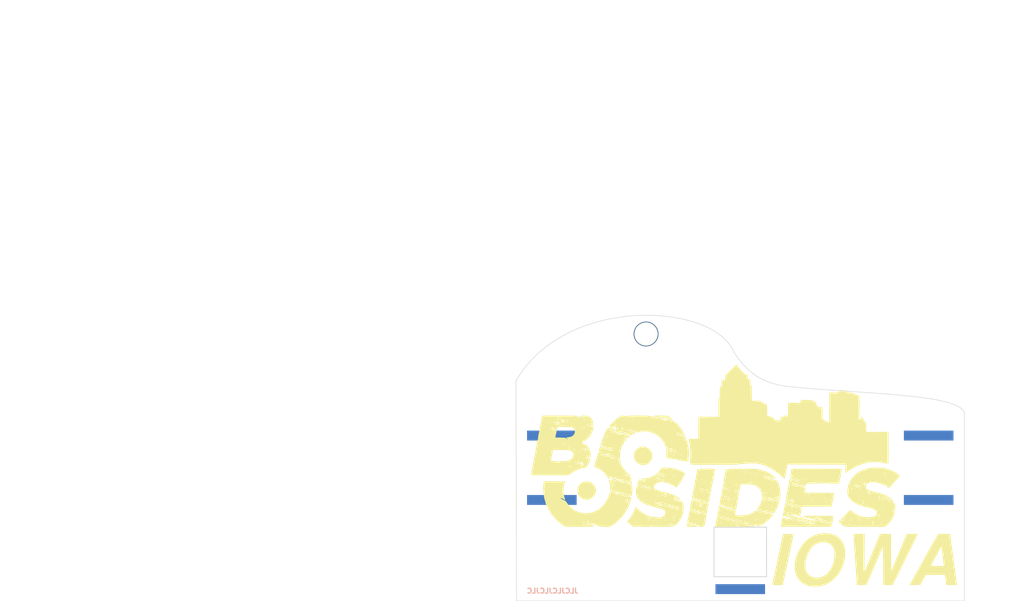
<source format=kicad_pcb>
(kicad_pcb (version 20171130) (host pcbnew 5.0.1)
  (layers (0 F.Cu signal) (31 B.Cu signal) (34 B.Paste user) (35 F.Paste user) (36 B.SilkS user) (37 F.SilkS user) (38 B.Mask user) (39 F.Mask user) (44 Edge.Cuts user))
  (net 0 "")
  (module Badge:Binder (layer B.Cu) (at 146.5 99.5 180)
    (fp_text reference REF**)
    (fp_text value Binder)
    (pad 5 smd rect (at 0 -18 180) (size 10 2) (layers B.Cu B.Paste B.Mask))
    (pad 4 smd rect (at -38 0 180) (size 10 2) (layers B.Cu B.Paste B.Mask))
    (pad 3 smd rect (at 38 0 180) (size 10 2) (layers B.Cu B.Paste B.Mask))
    (pad 2 smd rect (at 38 13 180) (size 10 2) (layers B.Cu B.Paste B.Mask))
    (pad 1 smd rect (at -38 13 180) (size 10 2) (layers B.Cu B.Paste B.Mask))
  )
  (module LOGO (layer F.Cu) (at 0 0)
    (fp_text reference G*** hide)
    (fp_text value LOGO hide)
  )
  (module Connectors:1pin (layer F.Cu) (at 127.5 66)
    (fp_text reference REF**)
    (fp_text value 1pin)
    (pad 1 thru_hole circle (at 0 0) (size 5 5) (drill 4.5) (layers *.Cu *.Mask))
  )
  (module Badge:1200px-Des_Moines_skyline (layer F.Cu) (at 199.5 69)
    (fp_text reference "" (at 0 0) (layer F.SilkS) (effects (font (size 1.27 1.27))))
    (fp_text value "" (at 0 0) (layer F.SilkS) (effects (font (size 1.27 1.27))))
  )
  (module Badge:1200px-Des_Moines_skyline (layer F.Cu) (at 203.5 54.5)
    (fp_text reference "" (at 0 0) (layer F.SilkS) (effects (font (size 1.27 1.27))))
    (fp_text value "" (at 0 0) (layer F.SilkS) (effects (font (size 1.27 1.27))))
  )
  (module Badge:Bsides_InProgress (layer F.Cu) (at 144.4 92.2)
    (fp_text reference "" (at 0 0) (layer F.SilkS) (effects (font (size 1.27 1.27))))
    (fp_text value "" (at 0 0) (layer F.SilkS) (effects (font (size 1.27 1.27))))
  )
  (module Badge:Iowa (layer F.Cu) (at 171.45 111.775)
    (fp_text reference "" (at 0 0) (layer F.SilkS) (effects (font (size 1.27 1.27))))
    (fp_text value "" (at 0 0) (layer F.SilkS) (effects (font (size 1.27 1.27))))
  )
  (gr_text JLCJLCJLCJLC (at 108.65 117.85) (layer B.SilkS) (effects (font (size 1 1) (thickness 0.25)) (justify mirror)))
  (gr_line (start 141.5 105) (end 141.2 105) (layer Edge.Cuts) (width 0.15))
  (gr_line (start 151.5 105) (end 151.8 105) (layer Edge.Cuts) (width 0.15))
  (gr_line (start 101.25 75.5) (end 101.275 75.425) (layer Edge.Cuts) (width 0.1))
  (gr_line (start 141.2 105) (end 141.2 115) (layer Edge.Cuts) (width 0.15))
  (gr_line (start 151.5 105) (end 141.5 105) (layer Edge.Cuts) (width 0.15))
  (gr_line (start 151.8 115) (end 151.8 105) (layer Edge.Cuts) (width 0.15))
  (gr_line (start 141.2 115) (end 151.8 115) (layer Edge.Cuts) (width 0.15))
  (gr_line (start 101.258751 75.503953) (end 101.377892 119.882859) (layer Edge.Cuts) (width 0.1))
  (gr_line (start 101.377892 119.882859) (end 191.717735 119.882859) (layer Edge.Cuts) (width 0.1))
  (gr_line (start 191.717735 119.882859) (end 191.717735 82.236328) (layer Edge.Cuts) (width 0.1))
  (gr_line (start 125.379845 62.287109) (end 124.515472 62.348258) (layer Edge.Cuts) (width 0.1))
  (gr_line (start 124.515472 62.348258) (end 123.647848 62.429573) (layer Edge.Cuts) (width 0.1))
  (gr_line (start 123.647848 62.429573) (end 122.778016 62.531294) (layer Edge.Cuts) (width 0.1))
  (gr_line (start 122.778016 62.531294) (end 121.907018 62.65366) (layer Edge.Cuts) (width 0.1))
  (gr_line (start 121.907018 62.65366) (end 121.035895 62.796913) (layer Edge.Cuts) (width 0.1))
  (gr_line (start 121.035895 62.796913) (end 120.165691 62.961292) (layer Edge.Cuts) (width 0.1))
  (gr_line (start 120.165691 62.961292) (end 119.297446 63.147038) (layer Edge.Cuts) (width 0.1))
  (gr_line (start 119.297446 63.147038) (end 118.432204 63.354391) (layer Edge.Cuts) (width 0.1))
  (gr_line (start 118.432204 63.354391) (end 117.571005 63.583591) (layer Edge.Cuts) (width 0.1))
  (gr_line (start 117.571005 63.583591) (end 116.714893 63.834879) (layer Edge.Cuts) (width 0.1))
  (gr_line (start 116.714893 63.834879) (end 115.864909 64.108494) (layer Edge.Cuts) (width 0.1))
  (gr_line (start 115.864909 64.108494) (end 115.022095 64.404676) (layer Edge.Cuts) (width 0.1))
  (gr_line (start 115.022095 64.404676) (end 114.187493 64.723667) (layer Edge.Cuts) (width 0.1))
  (gr_line (start 114.187493 64.723667) (end 113.362146 65.065706) (layer Edge.Cuts) (width 0.1))
  (gr_line (start 113.362146 65.065706) (end 112.547095 65.431033) (layer Edge.Cuts) (width 0.1))
  (gr_line (start 112.547095 65.431033) (end 111.743382 65.819889) (layer Edge.Cuts) (width 0.1))
  (gr_line (start 111.743382 65.819889) (end 110.95205 66.232514) (layer Edge.Cuts) (width 0.1))
  (gr_line (start 110.95205 66.232514) (end 110.174141 66.669148) (layer Edge.Cuts) (width 0.1))
  (gr_line (start 110.174141 66.669148) (end 109.410696 67.130032) (layer Edge.Cuts) (width 0.1))
  (gr_line (start 109.410696 67.130032) (end 108.662758 67.615405) (layer Edge.Cuts) (width 0.1))
  (gr_line (start 108.662758 67.615405) (end 107.931369 68.125507) (layer Edge.Cuts) (width 0.1))
  (gr_line (start 107.931369 68.125507) (end 107.21757 68.66058) (layer Edge.Cuts) (width 0.1))
  (gr_line (start 107.21757 68.66058) (end 106.522404 69.220862) (layer Edge.Cuts) (width 0.1))
  (gr_line (start 106.522404 69.220862) (end 105.846913 69.806595) (layer Edge.Cuts) (width 0.1))
  (gr_line (start 105.846913 69.806595) (end 105.192139 70.418019) (layer Edge.Cuts) (width 0.1))
  (gr_line (start 105.192139 70.418019) (end 104.559124 71.055374) (layer Edge.Cuts) (width 0.1))
  (gr_line (start 104.559124 71.055374) (end 103.94891 71.718899) (layer Edge.Cuts) (width 0.1))
  (gr_line (start 103.94891 71.718899) (end 103.36254 72.408836) (layer Edge.Cuts) (width 0.1))
  (gr_line (start 103.36254 72.408836) (end 102.801054 73.125424) (layer Edge.Cuts) (width 0.1))
  (gr_line (start 102.801054 73.125424) (end 102.265496 73.868904) (layer Edge.Cuts) (width 0.1))
  (gr_line (start 102.265496 73.868904) (end 101.756907 74.639516) (layer Edge.Cuts) (width 0.1))
  (gr_line (start 101.756907 74.639516) (end 101.276329 75.4375) (layer Edge.Cuts) (width 0.1))
  (gr_line (start 191.717769 82.23638) (end 191.702818 82.031685) (layer Edge.Cuts) (width 0.1))
  (gr_line (start 191.702818 82.031685) (end 191.655409 81.834274) (layer Edge.Cuts) (width 0.1))
  (gr_line (start 191.655409 81.834274) (end 191.576889 81.644182) (layer Edge.Cuts) (width 0.1))
  (gr_line (start 191.576889 81.644182) (end 191.4686 81.461445) (layer Edge.Cuts) (width 0.1))
  (gr_line (start 191.4686 81.461445) (end 191.331887 81.286096) (layer Edge.Cuts) (width 0.1))
  (gr_line (start 191.331887 81.286096) (end 191.168094 81.118173) (layer Edge.Cuts) (width 0.1))
  (gr_line (start 191.168094 81.118173) (end 190.978565 80.957709) (layer Edge.Cuts) (width 0.1))
  (gr_line (start 190.978565 80.957709) (end 190.764644 80.80474) (layer Edge.Cuts) (width 0.1))
  (gr_line (start 190.764644 80.80474) (end 190.527039 80.658469) (layer Edge.Cuts) (width 0.1))
  (gr_line (start 190.527039 80.658469) (end 190.265918 80.517899) (layer Edge.Cuts) (width 0.1))
  (gr_line (start 190.265918 80.517899) (end 189.67527 80.252803) (layer Edge.Cuts) (width 0.1))
  (gr_line (start 189.67527 80.252803) (end 188.996984 80.007327) (layer Edge.Cuts) (width 0.1))
  (gr_line (start 188.996984 80.007327) (end 188.235347 79.779349) (layer Edge.Cuts) (width 0.1))
  (gr_line (start 188.235347 79.779349) (end 187.394771 79.567177) (layer Edge.Cuts) (width 0.1))
  (gr_line (start 187.394771 79.567177) (end 186.480026 79.369844) (layer Edge.Cuts) (width 0.1))
  (gr_line (start 186.480026 79.369844) (end 185.495936 79.186316) (layer Edge.Cuts) (width 0.1))
  (gr_line (start 185.495936 79.186316) (end 184.447323 79.015557) (layer Edge.Cuts) (width 0.1))
  (gr_line (start 184.447323 79.015557) (end 183.33901 78.856532) (layer Edge.Cuts) (width 0.1))
  (gr_line (start 183.33901 78.856532) (end 182.175819 78.708205) (layer Edge.Cuts) (width 0.1))
  (gr_line (start 182.175819 78.708205) (end 179.704097 78.439505) (layer Edge.Cuts) (width 0.1))
  (gr_line (start 179.704097 78.439505) (end 177.071207 78.201308) (layer Edge.Cuts) (width 0.1))
  (gr_line (start 177.071207 78.201308) (end 174.316928 77.985669) (layer Edge.Cuts) (width 0.1))
  (gr_line (start 174.316928 77.985669) (end 168.6029 77.590152) (layer Edge.Cuts) (width 0.1))
  (gr_line (start 168.6029 77.590152) (end 165.722501 77.39432) (layer Edge.Cuts) (width 0.1))
  (gr_line (start 165.722501 77.39432) (end 162.879412 77.189136) (layer Edge.Cuts) (width 0.1))
  (gr_line (start 162.879412 77.189136) (end 160.113308 76.966622) (layer Edge.Cuts) (width 0.1))
  (gr_line (start 160.113308 76.966622) (end 157.463863 76.718802) (layer Edge.Cuts) (width 0.1))
  (gr_line (start 157.463863 76.718802) (end 157.459963 76.718802) (layer Edge.Cuts) (width 0.1))
  (gr_line (start 157.459963 76.718802) (end 157.457963 76.716802) (layer Edge.Cuts) (width 0.1))
  (gr_line (start 157.457963 76.716802) (end 156.352718 76.624063) (layer Edge.Cuts) (width 0.1))
  (gr_line (start 156.352718 76.624063) (end 155.3077 76.486574) (layer Edge.Cuts) (width 0.1))
  (gr_line (start 155.3077 76.486574) (end 154.319661 76.303861) (layer Edge.Cuts) (width 0.1))
  (gr_line (start 154.319661 76.303861) (end 153.385353 76.075451) (layer Edge.Cuts) (width 0.1))
  (gr_line (start 153.385353 76.075451) (end 152.50153 75.80087) (layer Edge.Cuts) (width 0.1))
  (gr_line (start 152.50153 75.80087) (end 152.077534 75.646117) (layer Edge.Cuts) (width 0.1))
  (gr_line (start 152.077534 75.646117) (end 151.664942 75.479643) (layer Edge.Cuts) (width 0.1))
  (gr_line (start 151.664942 75.479643) (end 151.263347 75.30139) (layer Edge.Cuts) (width 0.1))
  (gr_line (start 151.263347 75.30139) (end 150.872343 75.111298) (layer Edge.Cuts) (width 0.1))
  (gr_line (start 150.872343 75.111298) (end 150.491525 74.909308) (layer Edge.Cuts) (width 0.1))
  (gr_line (start 150.491525 74.909308) (end 150.120485 74.69536) (layer Edge.Cuts) (width 0.1))
  (gr_line (start 150.120485 74.69536) (end 149.758819 74.469396) (layer Edge.Cuts) (width 0.1))
  (gr_line (start 149.758819 74.469396) (end 149.406121 74.231356) (layer Edge.Cuts) (width 0.1))
  (gr_line (start 149.406121 74.231356) (end 148.726002 73.718811) (layer Edge.Cuts) (width 0.1))
  (gr_line (start 148.726002 73.718811) (end 148.076881 73.157251) (layer Edge.Cuts) (width 0.1))
  (gr_line (start 148.076881 73.157251) (end 147.45551 72.546204) (layer Edge.Cuts) (width 0.1))
  (gr_line (start 147.45551 72.546204) (end 146.858642 71.885195) (layer Edge.Cuts) (width 0.1))
  (gr_line (start 146.858642 71.885195) (end 146.28303 71.173749) (layer Edge.Cuts) (width 0.1))
  (gr_line (start 146.28303 71.173749) (end 145.725424 70.411395) (layer Edge.Cuts) (width 0.1))
  (gr_line (start 145.725424 70.411395) (end 145.182579 69.597656) (layer Edge.Cuts) (width 0.1))
  (gr_line (start 145.182579 69.597656) (end 145.192379 69.617187) (layer Edge.Cuts) (width 0.1))
  (gr_line (start 145.192379 69.617187) (end 144.975818 69.150447) (layer Edge.Cuts) (width 0.1))
  (gr_line (start 144.975818 69.150447) (end 144.722655 68.697038) (layer Edge.Cuts) (width 0.1))
  (gr_line (start 144.722655 68.697038) (end 144.433964 68.257159) (layer Edge.Cuts) (width 0.1))
  (gr_line (start 144.433964 68.257159) (end 144.110818 67.831004) (layer Edge.Cuts) (width 0.1))
  (gr_line (start 144.110818 67.831004) (end 143.754293 67.418772) (layer Edge.Cuts) (width 0.1))
  (gr_line (start 143.754293 67.418772) (end 143.36546 67.02066) (layer Edge.Cuts) (width 0.1))
  (gr_line (start 143.36546 67.02066) (end 142.945394 66.636863) (layer Edge.Cuts) (width 0.1))
  (gr_line (start 142.945394 66.636863) (end 142.49517 66.267578) (layer Edge.Cuts) (width 0.1))
  (gr_line (start 142.49517 66.267578) (end 142.015859 65.913004) (layer Edge.Cuts) (width 0.1))
  (gr_line (start 142.015859 65.913004) (end 141.508537 65.573335) (layer Edge.Cuts) (width 0.1))
  (gr_line (start 141.508537 65.573335) (end 140.974277 65.248769) (layer Edge.Cuts) (width 0.1))
  (gr_line (start 140.974277 65.248769) (end 140.414152 64.939504) (layer Edge.Cuts) (width 0.1))
  (gr_line (start 140.414152 64.939504) (end 139.829237 64.645735) (layer Edge.Cuts) (width 0.1))
  (gr_line (start 139.829237 64.645735) (end 139.220605 64.367659) (layer Edge.Cuts) (width 0.1))
  (gr_line (start 139.220605 64.367659) (end 138.589329 64.105474) (layer Edge.Cuts) (width 0.1))
  (gr_line (start 138.589329 64.105474) (end 137.936485 63.859375) (layer Edge.Cuts) (width 0.1))
  (gr_line (start 137.936485 63.859375) (end 137.263046 63.62955) (layer Edge.Cuts) (width 0.1))
  (gr_line (start 137.263046 63.62955) (end 136.569958 63.416207) (layer Edge.Cuts) (width 0.1))
  (gr_line (start 136.569958 63.416207) (end 135.85825 63.219572) (layer Edge.Cuts) (width 0.1))
  (gr_line (start 135.85825 63.219572) (end 135.12895 63.039873) (layer Edge.Cuts) (width 0.1))
  (gr_line (start 135.12895 63.039873) (end 134.383089 62.877336) (layer Edge.Cuts) (width 0.1))
  (gr_line (start 134.383089 62.877336) (end 133.621695 62.732188) (layer Edge.Cuts) (width 0.1))
  (gr_line (start 133.621695 62.732188) (end 132.845797 62.604658) (layer Edge.Cuts) (width 0.1))
  (gr_line (start 132.845797 62.604658) (end 132.056424 62.494971) (layer Edge.Cuts) (width 0.1))
  (gr_line (start 132.056424 62.494971) (end 131.254606 62.403355) (layer Edge.Cuts) (width 0.1))
  (gr_line (start 131.254606 62.403355) (end 130.441371 62.330037) (layer Edge.Cuts) (width 0.1))
  (gr_line (start 130.441371 62.330037) (end 129.617749 62.275245) (layer Edge.Cuts) (width 0.1))
  (gr_line (start 129.617749 62.275245) (end 128.784768 62.239205) (layer Edge.Cuts) (width 0.1))
  (gr_line (start 128.784768 62.239205) (end 127.943458 62.222144) (layer Edge.Cuts) (width 0.1))
  (gr_line (start 127.943458 62.222144) (end 127.094848 62.22429) (layer Edge.Cuts) (width 0.1))
  (gr_line (start 127.094848 62.22429) (end 126.239968 62.245869) (layer Edge.Cuts) (width 0.1))
  (gr_line (start 126.239968 62.245869) (end 125.379845 62.287109) (layer Edge.Cuts) (width 0.1))
  (gr_line (start 125.379845 62.287109) (end 125.379845 62.287109) (layer Edge.Cuts) (width 0.1))
)
</source>
